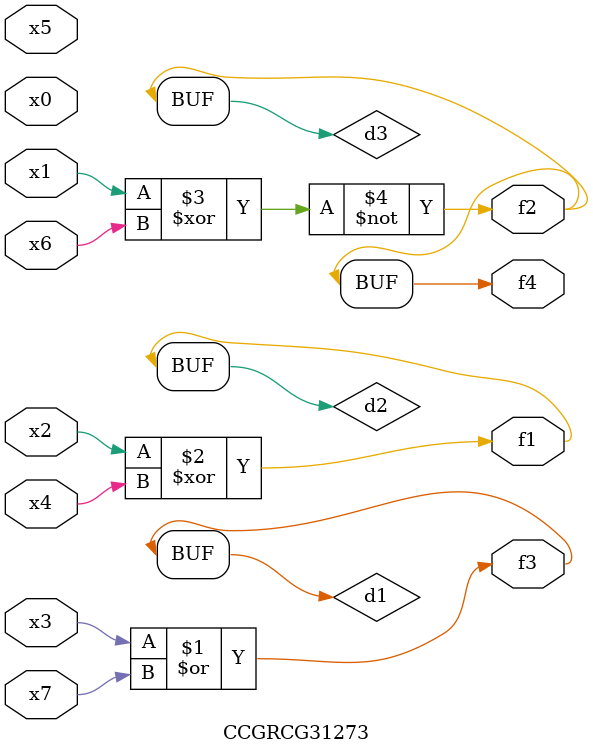
<source format=v>
module CCGRCG31273(
	input x0, x1, x2, x3, x4, x5, x6, x7,
	output f1, f2, f3, f4
);

	wire d1, d2, d3;

	or (d1, x3, x7);
	xor (d2, x2, x4);
	xnor (d3, x1, x6);
	assign f1 = d2;
	assign f2 = d3;
	assign f3 = d1;
	assign f4 = d3;
endmodule

</source>
